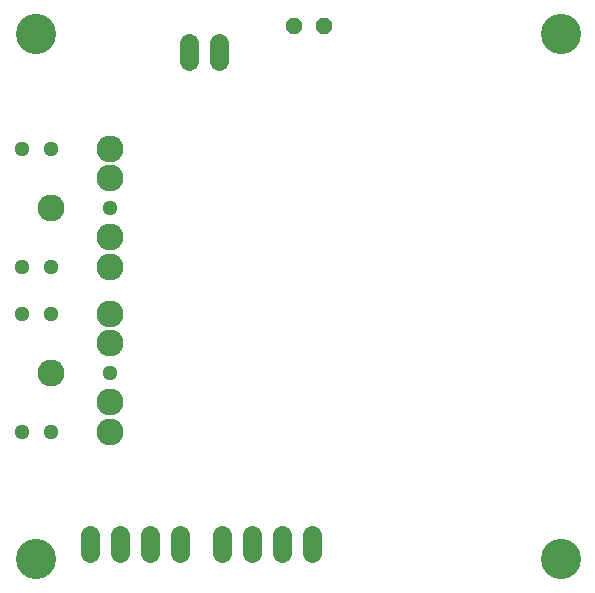
<source format=gbs>
G75*
G70*
%OFA0B0*%
%FSLAX24Y24*%
%IPPOS*%
%LPD*%
%AMOC8*
5,1,8,0,0,1.08239X$1,22.5*
%
%ADD10C,0.0900*%
%ADD11C,0.0512*%
%ADD12OC8,0.0560*%
%ADD13C,0.0640*%
%ADD14C,0.1340*%
D10*
X004668Y005654D03*
X004668Y006638D03*
X004668Y008607D03*
X004668Y009591D03*
X004668Y011154D03*
X004668Y012138D03*
X004668Y014107D03*
X004668Y015091D03*
X002699Y013123D03*
X002699Y007623D03*
D11*
X002699Y009591D03*
X001715Y009591D03*
X001715Y011154D03*
X002699Y011154D03*
X004668Y013123D03*
X002699Y015091D03*
X001715Y015091D03*
X004668Y007623D03*
X002699Y005654D03*
X001715Y005654D03*
D12*
X010799Y019173D03*
X011799Y019173D03*
D13*
X008299Y018623D02*
X008299Y018023D01*
X007299Y018023D02*
X007299Y018623D01*
X006999Y002223D02*
X006999Y001623D01*
X005999Y001623D02*
X005999Y002223D01*
X004999Y002223D02*
X004999Y001623D01*
X003999Y001623D02*
X003999Y002223D01*
X008399Y002223D02*
X008399Y001623D01*
X009399Y001623D02*
X009399Y002223D01*
X010399Y002223D02*
X010399Y001623D01*
X011399Y001623D02*
X011399Y002223D01*
D14*
X002199Y001423D03*
X019699Y001423D03*
X019699Y018923D03*
X002199Y018923D03*
M02*

</source>
